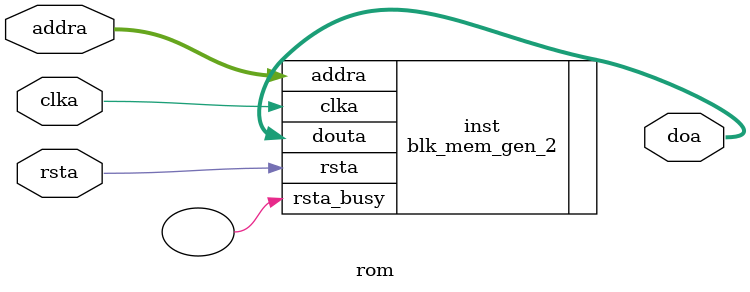
<source format=v>
`timescale 1ns / 1ps

module rom ( doa, addra, clka, rsta );

	output [31:0] doa;

	input  [12:0] addra;
	input  clka;
	input  rsta;


	blk_mem_gen_2 inst (
		.clka(clka),            // input wire clka
		.rsta(rsta),            // input wire rsta
		.addra(addra),          // input wire [12 : 0] addra
		.douta(doa),          // output wire [31 : 0] douta
		.rsta_busy()  // output wire rsta_busy
	);

endmodule

</source>
